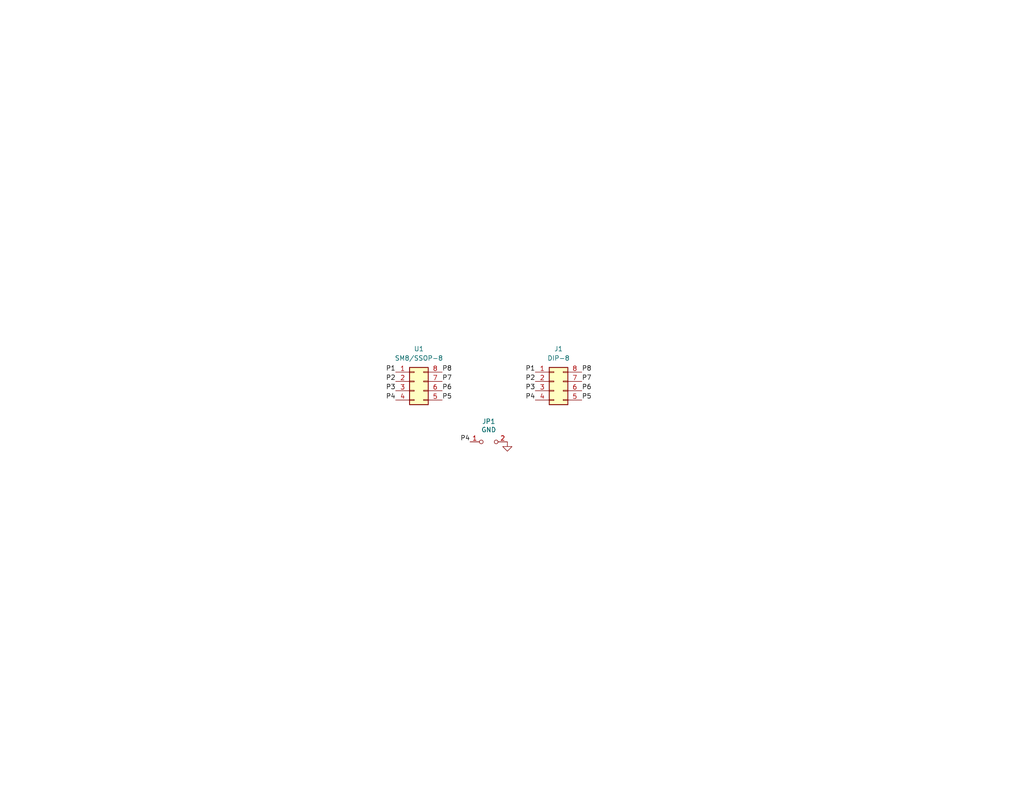
<source format=kicad_sch>
(kicad_sch (version 20231120) (generator "eeschema") (generator_version "8.0")
  (paper "USLetter")
  (title_block (title "SM8 to DIP8 adapter") (date "2025-02-10") (rev "001") (company "Brian. K. White - b.kenyon.w@gmail.com"))
  (lib_symbols
    (symbol "000_LOCAL:GND" (power) (pin_names (offset 0))
      (property "Value" "GND" (at 0 -3.81 0))
      (symbol "GND_0_1"
        (polyline (pts (xy 0 0) (xy 0 -1.27) (xy 1.27 -1.27) (xy 0 -2.54) (xy -1.27 -1.27) (xy 0 -1.27)))
      )
      (symbol "GND_1_1"
        (pin power_in line (at 0 0 270) (length 0) hide (name "GND") (number "1"))
      )
    )
    (symbol "000_LOCAL:Jumper_2_Open" (pin_names (offset 0) hide)
      (property "Reference" "JP" (at 0 1.905 0))
      (property "Value" "Jumper_2_Open" (at 0 -2.54 0))
      (symbol "Jumper_2_Open_0_0"
        (circle (center -2.032 0) (radius 0.508))
        (circle (center 2.032 0) (radius 0.508))
      )
      (symbol "Jumper_2_Open_1_1"
        (pin passive line (at -5.08 0 0) (length 2.54) (name "A") (number "1"))
        (pin passive line (at 5.08 0 180) (length 2.54) (name "B") (number "2"))
      )
    )
    (symbol "Connector_Generic:Conn_02x04_Counter_Clockwise" (pin_names (offset 1.016) hide)
      (property "Reference" "J" (at 1.27 5.08 0))
      (property "Value" "Conn_02x04_Counter_Clockwise" (at 1.27 -7.62 0))
      (symbol "Conn_02x04_Counter_Clockwise_1_1"
        (rectangle (start -1.27 -4.953) (end 0 -5.207) (stroke (width 0.1524)))
        (rectangle (start -1.27 -2.413) (end 0 -2.667) (stroke (width 0.1524)))
        (rectangle (start -1.27 0.127) (end 0 -0.127) (stroke (width 0.1524)))
        (rectangle (start -1.27 2.667) (end 0 2.413) (stroke (width 0.1524)))
        (rectangle (start -1.27 3.81) (end 3.81 -6.35) (stroke (width 0.254)) (fill (type background)))
        (rectangle (start 3.81 -4.953) (end 2.54 -5.207) (stroke (width 0.1524)))
        (rectangle (start 3.81 -2.413) (end 2.54 -2.667) (stroke (width 0.1524)))
        (rectangle (start 3.81 0.127) (end 2.54 -0.127) (stroke (width 0.1524)))
        (rectangle (start 3.81 2.667) (end 2.54 2.413) (stroke (width 0.1524)))
        (pin passive line (at -5.08 2.54 0) (length 3.81) (name "Pin_1") (number "1"))
        (pin passive line (at -5.08 0 0) (length 3.81) (name "Pin_2") (number "2"))
        (pin passive line (at -5.08 -2.54 0) (length 3.81) (name "Pin_3") (number "3"))
        (pin passive line (at -5.08 -5.08 0) (length 3.81) (name "Pin_4") (number "4"))
        (pin passive line (at 7.62 -5.08 180) (length 3.81) (name "Pin_5") (number "5"))
        (pin passive line (at 7.62 -2.54 180) (length 3.81) (name "Pin_6") (number "6"))
        (pin passive line (at 7.62 0 180) (length 3.81) (name "Pin_7") (number "7"))
        (pin passive line (at 7.62 2.54 180) (length 3.81) (name "Pin_8") (number "8"))
      )
    )
  )
  (label "P2" (at 107.95 104.14 180))
  (label "P5" (at 120.65 109.22 0))
  (label "P3" (at 107.95 106.68 180))
  (label "P5" (at 158.75 109.22 0))
  (label "P8" (at 120.65 101.6 0))
  (label "P4" (at 107.95 109.22 180))
  (label "P6" (at 120.65 106.68 0))
  (label "P3" (at 146.05 106.68 180))
  (label "P1" (at 146.05 101.6 180))
  (label "P6" (at 158.75 106.68 0))
  (label "P8" (at 158.75 101.6 0))
  (label "P7" (at 120.65 104.14 0))
  (label "P4" (at 128.27 120.65 180))
  (label "P2" (at 146.05 104.14 180))
  (label "P4" (at 146.05 109.22 180))
  (label "P7" (at 158.75 104.14 0))
  (label "P1" (at 107.95 101.6 180))
  (symbol (lib_id "Connector_Generic:Conn_02x04_Counter_Clockwise") (at 151.13 104.14 0) (unit 1)
    (property "Reference" "J1" (at 152.4 95.25 0))
    (property "Value" "DIP-8" (at 152.4 97.79 0))
    (property "Footprint" "000_LOCAL:DIP8_0.3_pcb_sil_pins" (effects (hide yes)))
  )
  (symbol (lib_id "000_LOCAL:GND") (at 138.43 120.65 0) (unit 1)
    (property "Reference" "#PWR01" (effects (hide yes)))
    (property "Value" "GND" (effects (hide yes)))
    (property "Description" "Power symbol creates a global label with name \"GND\" , ground" (effects (hide yes)))
  )
  (symbol (lib_id "Connector_Generic:Conn_02x04_Counter_Clockwise") (at 113.03 104.14 0) (unit 1)
    (property "Reference" "U1" (at 114.3 95.25 0))
    (property "Value" "SM8/SSOP-8" (at 114.3 97.79 0))
    (property "Footprint" "000_LOCAL:SSOP-8_2.95x2.8x0.65" (effects (hide yes)))
  )
  (symbol (lib_id "000_LOCAL:Jumper_2_Open") (at 133.35 120.65 0) (unit 1)
    (property "Reference" "JP1" (at 133.35 115.062 0))
    (property "Value" "GND" (at 133.35 117.348 0))
    (property "Footprint" "000_LOCAL:SolderJumper-2_P1.3mm_Open_RoundedPad1.0x1.5mm" (effects (hide yes)))
    (property "Description" "Jumper, 2-pole, closed/bridged" (effects (hide yes)))
  )
)
</source>
